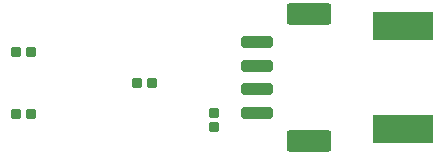
<source format=gbr>
%TF.GenerationSoftware,KiCad,Pcbnew,(6.0.7)*%
%TF.CreationDate,2022-08-24T15:08:17+02:00*%
%TF.ProjectId,diff-probe,64696666-2d70-4726-9f62-652e6b696361,rev?*%
%TF.SameCoordinates,Original*%
%TF.FileFunction,Soldermask,Bot*%
%TF.FilePolarity,Negative*%
%FSLAX46Y46*%
G04 Gerber Fmt 4.6, Leading zero omitted, Abs format (unit mm)*
G04 Created by KiCad (PCBNEW (6.0.7)) date 2022-08-24 15:08:17*
%MOMM*%
%LPD*%
G01*
G04 APERTURE LIST*
G04 Aperture macros list*
%AMRoundRect*
0 Rectangle with rounded corners*
0 $1 Rounding radius*
0 $2 $3 $4 $5 $6 $7 $8 $9 X,Y pos of 4 corners*
0 Add a 4 corners polygon primitive as box body*
4,1,4,$2,$3,$4,$5,$6,$7,$8,$9,$2,$3,0*
0 Add four circle primitives for the rounded corners*
1,1,$1+$1,$2,$3*
1,1,$1+$1,$4,$5*
1,1,$1+$1,$6,$7*
1,1,$1+$1,$8,$9*
0 Add four rect primitives between the rounded corners*
20,1,$1+$1,$2,$3,$4,$5,0*
20,1,$1+$1,$4,$5,$6,$7,0*
20,1,$1+$1,$6,$7,$8,$9,0*
20,1,$1+$1,$8,$9,$2,$3,0*%
G04 Aperture macros list end*
%ADD10R,5.080000X2.420000*%
%ADD11RoundRect,0.150800X-0.300000X0.300000X-0.300000X-0.300000X0.300000X-0.300000X0.300000X0.300000X0*%
%ADD12RoundRect,0.150800X0.300000X-0.300000X0.300000X0.300000X-0.300000X0.300000X-0.300000X-0.300000X0*%
%ADD13RoundRect,0.250000X-1.100000X0.250000X-1.100000X-0.250000X1.100000X-0.250000X1.100000X0.250000X0*%
%ADD14RoundRect,0.250000X-1.650000X0.650000X-1.650000X-0.650000X1.650000X-0.650000X1.650000X0.650000X0*%
%ADD15RoundRect,0.150800X-0.300000X-0.300000X0.300000X-0.300000X0.300000X0.300000X-0.300000X0.300000X0*%
%ADD16RoundRect,0.150800X0.300000X0.300000X-0.300000X0.300000X-0.300000X-0.300000X0.300000X-0.300000X0*%
G04 APERTURE END LIST*
D10*
%TO.C,X2*%
X170530000Y-93620000D03*
X170530000Y-102380000D03*
%TD*%
D11*
%TO.C,C1*%
X154500000Y-100975000D03*
D12*
X154500000Y-102225000D03*
%TD*%
D13*
%TO.C,J4*%
X158150000Y-95000000D03*
X158150000Y-97000000D03*
X158150000Y-99000000D03*
X158150000Y-101000000D03*
D14*
X162600000Y-103350000D03*
X162600000Y-92650000D03*
%TD*%
D15*
%TO.C,R27*%
X137756100Y-101128600D03*
D16*
X139006100Y-101128600D03*
%TD*%
D15*
%TO.C,R37*%
X137756100Y-95878600D03*
D16*
X139006100Y-95878600D03*
%TD*%
D15*
%TO.C,R38*%
X148006100Y-98503600D03*
D16*
X149256100Y-98503600D03*
%TD*%
M02*

</source>
